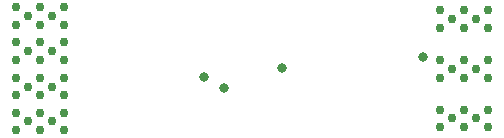
<source format=gbr>
%TF.GenerationSoftware,Altium Limited,Altium Designer,25.8.1 (18)*%
G04 Layer_Color=16711935*
%FSLAX45Y45*%
%MOMM*%
%TF.SameCoordinates,C83170FB-7693-46FD-9F59-C890998B4B8C*%
%TF.FilePolarity,Negative*%
%TF.FileFunction,Soldermask,Bot*%
%TF.Part,Single*%
G01*
G75*
%TA.AperFunction,ViaPad*%
%ADD45C,0.80000*%
%ADD46C,0.75000*%
D45*
X2324943Y603658D02*
D03*
X1833927Y434522D02*
D03*
X1669222Y532771D02*
D03*
X3525000Y700000D02*
D03*
D46*
X3970001Y180000D02*
D03*
X3770001D02*
D03*
X3870001Y105000D02*
D03*
Y255000D02*
D03*
X4070001D02*
D03*
Y105000D02*
D03*
X3670001D02*
D03*
Y255000D02*
D03*
X3970001Y600000D02*
D03*
X3770001D02*
D03*
X3870001Y525000D02*
D03*
Y675000D02*
D03*
X4070001D02*
D03*
Y525000D02*
D03*
X3670001D02*
D03*
Y675000D02*
D03*
X3970001Y1020000D02*
D03*
X3770001D02*
D03*
X3870001Y945000D02*
D03*
Y1095000D02*
D03*
X4070001D02*
D03*
Y945000D02*
D03*
X3670001D02*
D03*
Y1095000D02*
D03*
X380000Y155000D02*
D03*
X180000D02*
D03*
X280000Y80000D02*
D03*
Y230000D02*
D03*
X480000D02*
D03*
Y80000D02*
D03*
X80000D02*
D03*
Y230000D02*
D03*
X380000Y450000D02*
D03*
X180000D02*
D03*
X280000Y375000D02*
D03*
Y525000D02*
D03*
X480000D02*
D03*
Y375000D02*
D03*
X80000D02*
D03*
Y525000D02*
D03*
X380000Y750000D02*
D03*
X180000D02*
D03*
X280000Y675000D02*
D03*
Y825000D02*
D03*
X480000D02*
D03*
Y675000D02*
D03*
X80000D02*
D03*
Y825000D02*
D03*
X380000Y1045000D02*
D03*
X180000D02*
D03*
X280000Y970000D02*
D03*
Y1120000D02*
D03*
X480000D02*
D03*
Y970000D02*
D03*
X80000D02*
D03*
Y1120000D02*
D03*
%TF.MD5,f46cf68fcb3972779bf1409d888d93d6*%
M02*

</source>
